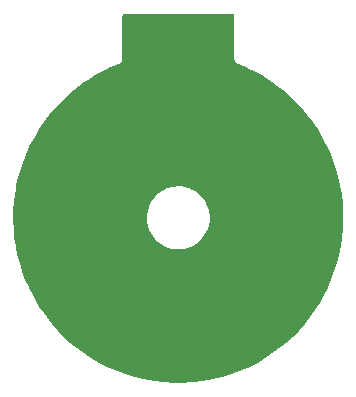
<source format=gbl>
%TF.GenerationSoftware,KiCad,Pcbnew,(6.0.4)*%
%TF.CreationDate,2023-01-05T02:06:05-05:00*%
%TF.ProjectId,LEDModule,4c45444d-6f64-4756-9c65-2e6b69636164,rev?*%
%TF.SameCoordinates,Original*%
%TF.FileFunction,Copper,L2,Bot*%
%TF.FilePolarity,Positive*%
%FSLAX46Y46*%
G04 Gerber Fmt 4.6, Leading zero omitted, Abs format (unit mm)*
G04 Created by KiCad (PCBNEW (6.0.4)) date 2023-01-05 02:06:05*
%MOMM*%
%LPD*%
G01*
G04 APERTURE LIST*
%TA.AperFunction,ViaPad*%
%ADD10C,0.800000*%
%TD*%
G04 APERTURE END LIST*
D10*
%TO.N,GND*%
X100000000Y-89000000D03*
X82000000Y-89000000D03*
X80000000Y-98000000D03*
X94000000Y-84000000D03*
X82000000Y-81000000D03*
X94000000Y-97000000D03*
X86000000Y-84000000D03*
X77000000Y-93000000D03*
X98000000Y-81000000D03*
X85000000Y-95000000D03*
%TD*%
%TA.AperFunction,Conductor*%
%TO.N,GND*%
G36*
X94683621Y-72778502D02*
G01*
X94730114Y-72832158D01*
X94741500Y-72884500D01*
X94741500Y-76470202D01*
X94740961Y-76481841D01*
X94736907Y-76525540D01*
X94747794Y-76581555D01*
X94748824Y-76587657D01*
X94756920Y-76644187D01*
X94760635Y-76652358D01*
X94761714Y-76656047D01*
X94762985Y-76659707D01*
X94764698Y-76668522D01*
X94768815Y-76676498D01*
X94768815Y-76676499D01*
X94790864Y-76719218D01*
X94793599Y-76724857D01*
X94813491Y-76768608D01*
X94813493Y-76768611D01*
X94817208Y-76776782D01*
X94823068Y-76783583D01*
X94825160Y-76786854D01*
X94827388Y-76789983D01*
X94831503Y-76797956D01*
X94837693Y-76804457D01*
X94837695Y-76804459D01*
X94870851Y-76839278D01*
X94875057Y-76843920D01*
X94878972Y-76848463D01*
X94912287Y-76887127D01*
X94919813Y-76892006D01*
X94922725Y-76894546D01*
X94925762Y-76896940D01*
X94931950Y-76903438D01*
X94939711Y-76907937D01*
X94939716Y-76907941D01*
X94981331Y-76932065D01*
X94986668Y-76935339D01*
X95034515Y-76966352D01*
X95043120Y-76968926D01*
X95046642Y-76970553D01*
X95050196Y-76971985D01*
X95057965Y-76976489D01*
X95081769Y-76982336D01*
X95100448Y-76988507D01*
X95742732Y-77258003D01*
X95748774Y-77260728D01*
X96017049Y-77390337D01*
X96406866Y-77578667D01*
X96412774Y-77581716D01*
X97053180Y-77933927D01*
X97058920Y-77937284D01*
X97679861Y-78322792D01*
X97685415Y-78326447D01*
X97947750Y-78509166D01*
X98285148Y-78744167D01*
X98290474Y-78748089D01*
X98388254Y-78824157D01*
X98867371Y-79196889D01*
X98872509Y-79201109D01*
X99424888Y-79679683D01*
X99429797Y-79684168D01*
X99956170Y-80191222D01*
X99960835Y-80195959D01*
X100459729Y-80730074D01*
X100464137Y-80735051D01*
X100934167Y-81294746D01*
X100938297Y-81299935D01*
X101378150Y-81883648D01*
X101382003Y-81889052D01*
X101790461Y-82495169D01*
X101794026Y-82500774D01*
X102169923Y-83127559D01*
X102173173Y-83133315D01*
X102463159Y-83680355D01*
X102515514Y-83779119D01*
X102518471Y-83785074D01*
X102826234Y-84447958D01*
X102828874Y-84454060D01*
X103101248Y-85132274D01*
X103103563Y-85138507D01*
X103339790Y-85830172D01*
X103341772Y-85836519D01*
X103541180Y-86539667D01*
X103542824Y-86546109D01*
X103704858Y-87258772D01*
X103706158Y-87265278D01*
X103764670Y-87604539D01*
X103830379Y-87985536D01*
X103831336Y-87992116D01*
X103917389Y-88717914D01*
X103917997Y-88724535D01*
X103956048Y-89306973D01*
X103965643Y-89453850D01*
X103965900Y-89460475D01*
X103970824Y-89855530D01*
X103975008Y-90191294D01*
X103974916Y-90197942D01*
X103945459Y-90928246D01*
X103945015Y-90934880D01*
X103877079Y-91662561D01*
X103876287Y-91669163D01*
X103770054Y-92392292D01*
X103768914Y-92398842D01*
X103624692Y-93115320D01*
X103623209Y-93121802D01*
X103441381Y-93829719D01*
X103439557Y-93836113D01*
X103220650Y-94533417D01*
X103218492Y-94539705D01*
X102963099Y-95224511D01*
X102960612Y-95230678D01*
X102669458Y-95901041D01*
X102666650Y-95907067D01*
X102340529Y-96561159D01*
X102337409Y-96567023D01*
X101977233Y-97203010D01*
X101973825Y-97208673D01*
X101762989Y-97539012D01*
X101580606Y-97824769D01*
X101576882Y-97830278D01*
X101151717Y-98424764D01*
X101147708Y-98430068D01*
X100691770Y-99001306D01*
X100687497Y-99006379D01*
X100202063Y-99552768D01*
X100197534Y-99557602D01*
X99683942Y-100077635D01*
X99679147Y-100082240D01*
X99138864Y-100574432D01*
X99133832Y-100578779D01*
X98568312Y-101041806D01*
X98563090Y-101045857D01*
X98227332Y-101292366D01*
X97973938Y-101478404D01*
X97968477Y-101482196D01*
X97357342Y-101883054D01*
X97351688Y-101886553D01*
X96720243Y-102254623D01*
X96714412Y-102257818D01*
X96064464Y-102592050D01*
X96058480Y-102594931D01*
X95391750Y-102894437D01*
X95385642Y-102896988D01*
X94704090Y-103160889D01*
X94697833Y-103163124D01*
X94003263Y-103390719D01*
X93996924Y-103392612D01*
X93672376Y-103480297D01*
X93291332Y-103583246D01*
X93284870Y-103584810D01*
X92570222Y-103737955D01*
X92563687Y-103739176D01*
X91841955Y-103854409D01*
X91835385Y-103855282D01*
X91428891Y-103898347D01*
X91108568Y-103932283D01*
X91101940Y-103932809D01*
X90372074Y-103971364D01*
X90365427Y-103971539D01*
X89634573Y-103971539D01*
X89627926Y-103971364D01*
X88898060Y-103932809D01*
X88891432Y-103932283D01*
X88571109Y-103898347D01*
X88164615Y-103855282D01*
X88158045Y-103854409D01*
X87436313Y-103739176D01*
X87429778Y-103737955D01*
X86715130Y-103584810D01*
X86708668Y-103583246D01*
X86327624Y-103480297D01*
X86003076Y-103392612D01*
X85996737Y-103390719D01*
X85302167Y-103163124D01*
X85295910Y-103160889D01*
X84614358Y-102896988D01*
X84608250Y-102894437D01*
X83941520Y-102594931D01*
X83935536Y-102592050D01*
X83285588Y-102257818D01*
X83279757Y-102254623D01*
X82648312Y-101886553D01*
X82642658Y-101883054D01*
X82031523Y-101482196D01*
X82026062Y-101478404D01*
X81772668Y-101292366D01*
X81436910Y-101045857D01*
X81431688Y-101041806D01*
X80866168Y-100578779D01*
X80861136Y-100574432D01*
X80320853Y-100082240D01*
X80316058Y-100077635D01*
X79802466Y-99557602D01*
X79797937Y-99552768D01*
X79312503Y-99006379D01*
X79308230Y-99001306D01*
X78852292Y-98430068D01*
X78848283Y-98424764D01*
X78423118Y-97830278D01*
X78419394Y-97824769D01*
X78237011Y-97539012D01*
X78026175Y-97208673D01*
X78022767Y-97203010D01*
X77662591Y-96567023D01*
X77659471Y-96561159D01*
X77333350Y-95907067D01*
X77330542Y-95901041D01*
X77039388Y-95230678D01*
X77036901Y-95224511D01*
X76781508Y-94539705D01*
X76779350Y-94533417D01*
X76560443Y-93836113D01*
X76558619Y-93829719D01*
X76376791Y-93121802D01*
X76375308Y-93115320D01*
X76231086Y-92398842D01*
X76229946Y-92392292D01*
X76123713Y-91669163D01*
X76122921Y-91662561D01*
X76054985Y-90934880D01*
X76054541Y-90928246D01*
X76025084Y-90197942D01*
X76024992Y-90191294D01*
X76026796Y-90046485D01*
X87336854Y-90046485D01*
X87337156Y-90050320D01*
X87355108Y-90278417D01*
X87362370Y-90370695D01*
X87427206Y-90689378D01*
X87530398Y-90997784D01*
X87670405Y-91291316D01*
X87845141Y-91565597D01*
X87847584Y-91568560D01*
X87847585Y-91568562D01*
X87997308Y-91750190D01*
X88052001Y-91816538D01*
X88287902Y-92040399D01*
X88549326Y-92233843D01*
X88690851Y-92313914D01*
X88829019Y-92392086D01*
X88829023Y-92392088D01*
X88832376Y-92393985D01*
X88835937Y-92395460D01*
X88835939Y-92395461D01*
X88955465Y-92444970D01*
X89132832Y-92518438D01*
X89236288Y-92547129D01*
X89442500Y-92604317D01*
X89442508Y-92604319D01*
X89446216Y-92605347D01*
X89767856Y-92653416D01*
X89771154Y-92653560D01*
X89882918Y-92658440D01*
X89882922Y-92658440D01*
X89884294Y-92658500D01*
X90082598Y-92658500D01*
X90324605Y-92643698D01*
X90328388Y-92642997D01*
X90328395Y-92642996D01*
X90528459Y-92605916D01*
X90644372Y-92584433D01*
X90853682Y-92518438D01*
X90950860Y-92487798D01*
X90950863Y-92487797D01*
X90954532Y-92486640D01*
X90958029Y-92485046D01*
X90958035Y-92485044D01*
X91246954Y-92353376D01*
X91246958Y-92353374D01*
X91250462Y-92351777D01*
X91527751Y-92181854D01*
X91530755Y-92179464D01*
X91530760Y-92179461D01*
X91655008Y-92080629D01*
X91782264Y-91979405D01*
X91784958Y-91976664D01*
X91784962Y-91976660D01*
X92007513Y-91750190D01*
X92007517Y-91750185D01*
X92010208Y-91747447D01*
X92208185Y-91489439D01*
X92373242Y-91209227D01*
X92502920Y-90910988D01*
X92595285Y-90599169D01*
X92648961Y-90278417D01*
X92663146Y-89953515D01*
X92650388Y-89791410D01*
X92637932Y-89633140D01*
X92637932Y-89633137D01*
X92637630Y-89629305D01*
X92572794Y-89310622D01*
X92469602Y-89002216D01*
X92329595Y-88708684D01*
X92154859Y-88434403D01*
X92007470Y-88255606D01*
X91950442Y-88186425D01*
X91950438Y-88186420D01*
X91947999Y-88183462D01*
X91712098Y-87959601D01*
X91450674Y-87766157D01*
X91245781Y-87650234D01*
X91170981Y-87607914D01*
X91170977Y-87607912D01*
X91167624Y-87606015D01*
X90867168Y-87481562D01*
X90763712Y-87452871D01*
X90557500Y-87395683D01*
X90557492Y-87395681D01*
X90553784Y-87394653D01*
X90232144Y-87346584D01*
X90228846Y-87346440D01*
X90117082Y-87341560D01*
X90117078Y-87341560D01*
X90115706Y-87341500D01*
X89917402Y-87341500D01*
X89675395Y-87356302D01*
X89671612Y-87357003D01*
X89671605Y-87357004D01*
X89515511Y-87385935D01*
X89355628Y-87415567D01*
X89171058Y-87473762D01*
X89049140Y-87512202D01*
X89049137Y-87512203D01*
X89045468Y-87513360D01*
X89041971Y-87514954D01*
X89041965Y-87514956D01*
X88753046Y-87646624D01*
X88753042Y-87646626D01*
X88749538Y-87648223D01*
X88472249Y-87818146D01*
X88469245Y-87820536D01*
X88469240Y-87820539D01*
X88344992Y-87919371D01*
X88217736Y-88020595D01*
X88215042Y-88023336D01*
X88215038Y-88023340D01*
X87992487Y-88249810D01*
X87992483Y-88249815D01*
X87989792Y-88252553D01*
X87791815Y-88510561D01*
X87626758Y-88790773D01*
X87497080Y-89089012D01*
X87404715Y-89400831D01*
X87351039Y-89721583D01*
X87336854Y-90046485D01*
X76026796Y-90046485D01*
X76029176Y-89855530D01*
X76034100Y-89460475D01*
X76034357Y-89453850D01*
X76043953Y-89306973D01*
X76082003Y-88724535D01*
X76082611Y-88717914D01*
X76168664Y-87992116D01*
X76169621Y-87985536D01*
X76235330Y-87604539D01*
X76293842Y-87265278D01*
X76295142Y-87258772D01*
X76457176Y-86546109D01*
X76458820Y-86539667D01*
X76658228Y-85836519D01*
X76660210Y-85830172D01*
X76896437Y-85138507D01*
X76898752Y-85132274D01*
X77171126Y-84454060D01*
X77173766Y-84447958D01*
X77481529Y-83785074D01*
X77484486Y-83779119D01*
X77536841Y-83680355D01*
X77826827Y-83133315D01*
X77830077Y-83127559D01*
X78205974Y-82500774D01*
X78209539Y-82495169D01*
X78617997Y-81889052D01*
X78621850Y-81883648D01*
X79061703Y-81299935D01*
X79065833Y-81294746D01*
X79535863Y-80735051D01*
X79540271Y-80730074D01*
X80039165Y-80195959D01*
X80043830Y-80191222D01*
X80570203Y-79684168D01*
X80575112Y-79679683D01*
X81127491Y-79201109D01*
X81132629Y-79196889D01*
X81611746Y-78824157D01*
X81709526Y-78748089D01*
X81714852Y-78744167D01*
X82052250Y-78509166D01*
X82314585Y-78326447D01*
X82320139Y-78322792D01*
X82941080Y-77937284D01*
X82946820Y-77933927D01*
X83587226Y-77581716D01*
X83593134Y-77578667D01*
X83982951Y-77390337D01*
X84251226Y-77260728D01*
X84257268Y-77258002D01*
X84582434Y-77121566D01*
X84892526Y-76991455D01*
X84914215Y-76984583D01*
X84930336Y-76981038D01*
X84938210Y-76976727D01*
X84944732Y-76974282D01*
X84951140Y-76971415D01*
X84959771Y-76968949D01*
X84967363Y-76964159D01*
X84967365Y-76964158D01*
X85004711Y-76940594D01*
X85011418Y-76936646D01*
X85058099Y-76911089D01*
X85064451Y-76904737D01*
X85070024Y-76900560D01*
X85075362Y-76896017D01*
X85082958Y-76891224D01*
X85118138Y-76851390D01*
X85123483Y-76845703D01*
X85154745Y-76814440D01*
X85161093Y-76808092D01*
X85165406Y-76800214D01*
X85169599Y-76794619D01*
X85173437Y-76788776D01*
X85179378Y-76782049D01*
X85183191Y-76773927D01*
X85183194Y-76773923D01*
X85201975Y-76733922D01*
X85205507Y-76726967D01*
X85209749Y-76719218D01*
X85231040Y-76680328D01*
X85232967Y-76671563D01*
X85235417Y-76665028D01*
X85237466Y-76658326D01*
X85241281Y-76650200D01*
X85249463Y-76597651D01*
X85250897Y-76590006D01*
X85262316Y-76538068D01*
X85258792Y-76486376D01*
X85258500Y-76477806D01*
X85258500Y-72884500D01*
X85278502Y-72816379D01*
X85332158Y-72769886D01*
X85384500Y-72758500D01*
X94615500Y-72758500D01*
X94683621Y-72778502D01*
G37*
%TD.AperFunction*%
%TD*%
M02*

</source>
